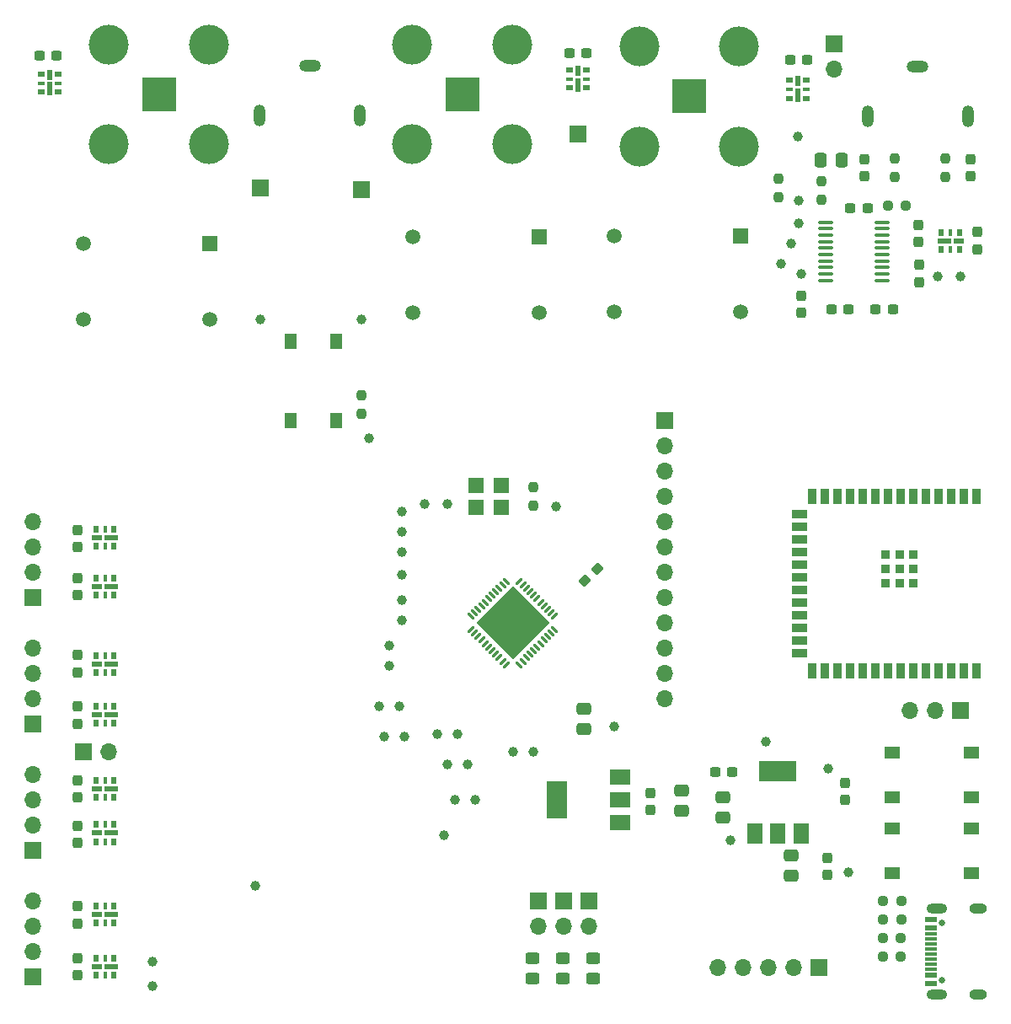
<source format=gbr>
%TF.GenerationSoftware,KiCad,Pcbnew,7.0.7*%
%TF.CreationDate,2023-10-22T01:08:48-07:00*%
%TF.ProjectId,fpaa_esp32_badge,66706161-5f65-4737-9033-325f62616467,rev?*%
%TF.SameCoordinates,Original*%
%TF.FileFunction,Soldermask,Top*%
%TF.FilePolarity,Negative*%
%FSLAX46Y46*%
G04 Gerber Fmt 4.6, Leading zero omitted, Abs format (unit mm)*
G04 Created by KiCad (PCBNEW 7.0.7) date 2023-10-22 01:08:48*
%MOMM*%
%LPD*%
G01*
G04 APERTURE LIST*
G04 Aperture macros list*
%AMRoundRect*
0 Rectangle with rounded corners*
0 $1 Rounding radius*
0 $2 $3 $4 $5 $6 $7 $8 $9 X,Y pos of 4 corners*
0 Add a 4 corners polygon primitive as box body*
4,1,4,$2,$3,$4,$5,$6,$7,$8,$9,$2,$3,0*
0 Add four circle primitives for the rounded corners*
1,1,$1+$1,$2,$3*
1,1,$1+$1,$4,$5*
1,1,$1+$1,$6,$7*
1,1,$1+$1,$8,$9*
0 Add four rect primitives between the rounded corners*
20,1,$1+$1,$2,$3,$4,$5,0*
20,1,$1+$1,$4,$5,$6,$7,0*
20,1,$1+$1,$6,$7,$8,$9,0*
20,1,$1+$1,$8,$9,$2,$3,0*%
%AMRotRect*
0 Rectangle, with rotation*
0 The origin of the aperture is its center*
0 $1 length*
0 $2 width*
0 $3 Rotation angle, in degrees counterclockwise*
0 Add horizontal line*
21,1,$1,$2,0,0,$3*%
G04 Aperture macros list end*
%ADD10R,3.500000X3.500000*%
%ADD11C,4.000000*%
%ADD12C,0.650000*%
%ADD13R,1.150000X0.600000*%
%ADD14R,1.150000X0.300000*%
%ADD15O,2.100000X1.000000*%
%ADD16O,1.800000X1.000000*%
%ADD17R,1.700000X1.700000*%
%ADD18O,1.700000X1.700000*%
%ADD19RoundRect,0.237500X0.237500X-0.250000X0.237500X0.250000X-0.237500X0.250000X-0.237500X-0.250000X0*%
%ADD20RoundRect,0.250000X0.450000X-0.325000X0.450000X0.325000X-0.450000X0.325000X-0.450000X-0.325000X0*%
%ADD21RoundRect,0.250000X-0.475000X0.337500X-0.475000X-0.337500X0.475000X-0.337500X0.475000X0.337500X0*%
%ADD22R,0.800000X0.500000*%
%ADD23R,0.500000X1.000000*%
%ADD24R,0.800000X0.300000*%
%ADD25R,0.500000X1.480000*%
%ADD26C,1.000000*%
%ADD27R,1.520000X1.520000*%
%ADD28C,1.520000*%
%ADD29R,0.500000X0.800000*%
%ADD30R,1.000000X0.500000*%
%ADD31R,0.300000X0.800000*%
%ADD32R,1.480000X0.500000*%
%ADD33RoundRect,0.237500X0.237500X-0.300000X0.237500X0.300000X-0.237500X0.300000X-0.237500X-0.300000X0*%
%ADD34RoundRect,0.237500X0.300000X0.237500X-0.300000X0.237500X-0.300000X-0.237500X0.300000X-0.237500X0*%
%ADD35RoundRect,0.237500X-0.250000X-0.237500X0.250000X-0.237500X0.250000X0.237500X-0.250000X0.237500X0*%
%ADD36O,1.200000X2.200000*%
%ADD37O,2.200000X1.200000*%
%ADD38RoundRect,0.250000X0.337500X0.475000X-0.337500X0.475000X-0.337500X-0.475000X0.337500X-0.475000X0*%
%ADD39R,1.550000X1.300000*%
%ADD40RoundRect,0.237500X-0.237500X0.300000X-0.237500X-0.300000X0.237500X-0.300000X0.237500X0.300000X0*%
%ADD41R,0.900000X1.500000*%
%ADD42R,1.500000X0.900000*%
%ADD43R,0.900000X0.900000*%
%ADD44RoundRect,0.237500X-0.300000X-0.237500X0.300000X-0.237500X0.300000X0.237500X-0.300000X0.237500X0*%
%ADD45R,2.000000X1.500000*%
%ADD46R,2.000000X3.800000*%
%ADD47R,1.600000X1.500000*%
%ADD48RoundRect,0.237500X-0.044194X-0.380070X0.380070X0.044194X0.044194X0.380070X-0.380070X-0.044194X0*%
%ADD49RoundRect,0.237500X-0.237500X0.250000X-0.237500X-0.250000X0.237500X-0.250000X0.237500X0.250000X0*%
%ADD50R,1.500000X2.000000*%
%ADD51R,3.800000X2.000000*%
%ADD52R,1.300000X1.550000*%
%ADD53RoundRect,0.100000X0.637500X0.100000X-0.637500X0.100000X-0.637500X-0.100000X0.637500X-0.100000X0*%
%ADD54RoundRect,0.062500X-0.309359X0.220971X0.220971X-0.309359X0.309359X-0.220971X-0.220971X0.309359X0*%
%ADD55RoundRect,0.062500X-0.309359X-0.220971X-0.220971X-0.309359X0.309359X0.220971X0.220971X0.309359X0*%
%ADD56RotRect,5.150000X5.150000X315.000000*%
G04 APERTURE END LIST*
D10*
%TO.C,J8*%
X119380000Y-43434000D03*
D11*
X114355000Y-38409000D03*
X114355000Y-48459000D03*
X124405000Y-38409000D03*
X124405000Y-48459000D03*
%TD*%
D12*
%TO.C,J5*%
X167575000Y-132430000D03*
X167575000Y-126650000D03*
D13*
X166500000Y-132740000D03*
X166500000Y-131940000D03*
D14*
X166500000Y-130790000D03*
X166500000Y-129790000D03*
X166500000Y-129290000D03*
X166500000Y-128290000D03*
D13*
X166500000Y-127140000D03*
X166500000Y-126340000D03*
X166500000Y-126340000D03*
X166500000Y-127140000D03*
D14*
X166500000Y-127790000D03*
X166500000Y-128790000D03*
X166500000Y-130290000D03*
X166500000Y-131290000D03*
D13*
X166500000Y-131940000D03*
X166500000Y-132740000D03*
D15*
X167075000Y-133860000D03*
D16*
X171255000Y-133860000D03*
D15*
X167075000Y-125220000D03*
D16*
X171255000Y-125220000D03*
%TD*%
D17*
%TO.C,J21*%
X81280000Y-109474000D03*
D18*
X83820000Y-109474000D03*
%TD*%
D19*
%TO.C,R25*%
X155448000Y-53998500D03*
X155448000Y-52173500D03*
%TD*%
D20*
%TO.C,D15*%
X132545054Y-132253078D03*
X132545054Y-130203078D03*
%TD*%
D21*
%TO.C,C30*%
X131572000Y-105134500D03*
X131572000Y-107209500D03*
%TD*%
D22*
%TO.C,D2*%
X152295065Y-42006142D03*
D23*
X153145065Y-42076142D03*
D24*
X152295065Y-42906142D03*
D22*
X152295065Y-43806142D03*
X153995065Y-43806142D03*
D24*
X153995065Y-42906142D03*
D25*
X153145065Y-43496142D03*
D22*
X153995065Y-42006142D03*
%TD*%
D26*
%TO.C,TP33*%
X167132000Y-61722000D03*
%TD*%
%TO.C,TP5*%
X117856000Y-110744000D03*
%TD*%
D27*
%TO.C,T10*%
X127135341Y-57694783D03*
D28*
X127135341Y-65314783D03*
X114435341Y-65314783D03*
X114435341Y-57694783D03*
%TD*%
D26*
%TO.C,TP39*%
X109982000Y-77978000D03*
%TD*%
%TO.C,TP19*%
X112014000Y-100838000D03*
%TD*%
D20*
%TO.C,D14*%
X129505054Y-132253078D03*
X129505054Y-130203078D03*
%TD*%
D26*
%TO.C,TP4*%
X118872000Y-107696000D03*
%TD*%
%TO.C,TP23*%
X115570000Y-84582000D03*
%TD*%
%TO.C,TP22*%
X117856000Y-84582000D03*
%TD*%
D29*
%TO.C,D6*%
X82586879Y-93696158D03*
D30*
X82656879Y-92846158D03*
D31*
X83486879Y-93696158D03*
D29*
X84386879Y-93696158D03*
X84386879Y-91996158D03*
D31*
X83486879Y-91996158D03*
D32*
X84076879Y-92846158D03*
D29*
X82586879Y-91996158D03*
%TD*%
D26*
%TO.C,TP47*%
X128778000Y-84836000D03*
%TD*%
D33*
%TO.C,C43*%
X165312072Y-62283655D03*
X165312072Y-60558655D03*
%TD*%
D26*
%TO.C,TP1*%
X111506000Y-107950000D03*
%TD*%
D33*
%TO.C,C20*%
X80698886Y-106649901D03*
X80698886Y-104924901D03*
%TD*%
D26*
%TO.C,TP16*%
X126492000Y-109474000D03*
%TD*%
D21*
%TO.C,C31*%
X141424357Y-113327971D03*
X141424357Y-115402971D03*
%TD*%
D29*
%TO.C,D8*%
X82586879Y-106620000D03*
D30*
X82656879Y-105770000D03*
D31*
X83486879Y-106620000D03*
D29*
X84386879Y-106620000D03*
X84386879Y-104920000D03*
D31*
X83486879Y-104920000D03*
D32*
X84076879Y-105770000D03*
D29*
X82586879Y-104920000D03*
%TD*%
D26*
%TO.C,TP36*%
X88212550Y-132980868D03*
%TD*%
D29*
%TO.C,D1*%
X169336387Y-57328786D03*
D30*
X169266387Y-58178786D03*
D31*
X168436387Y-57328786D03*
D29*
X167536387Y-57328786D03*
X167536387Y-59028786D03*
D31*
X168436387Y-59028786D03*
D32*
X167846387Y-58178786D03*
D29*
X169336387Y-59028786D03*
%TD*%
D27*
%TO.C,T9*%
X93980000Y-58420000D03*
D28*
X93980000Y-66040000D03*
X81280000Y-66040000D03*
X81280000Y-58420000D03*
%TD*%
D29*
%TO.C,D7*%
X82586879Y-101474878D03*
D30*
X82656879Y-100624878D03*
D31*
X83486879Y-101474878D03*
D29*
X84386879Y-101474878D03*
X84386879Y-99774878D03*
D31*
X83486879Y-99774878D03*
D32*
X84076879Y-100624878D03*
D29*
X82586879Y-99774878D03*
%TD*%
D26*
%TO.C,TP41*%
X152400000Y-58420000D03*
%TD*%
D17*
%TO.C,J11*%
X155242752Y-131157065D03*
D18*
X152702752Y-131157065D03*
X150162752Y-131157065D03*
X147622752Y-131157065D03*
X145082752Y-131157065D03*
%TD*%
D17*
%TO.C,J14*%
X132080000Y-124460000D03*
D18*
X132080000Y-127000000D03*
%TD*%
D26*
%TO.C,TP8*%
X109220000Y-66040000D03*
%TD*%
D19*
%TO.C,R24*%
X167894000Y-51712500D03*
X167894000Y-49887500D03*
%TD*%
D29*
%TO.C,D12*%
X82586879Y-131876018D03*
D30*
X82656879Y-131026018D03*
D31*
X83486879Y-131876018D03*
D29*
X84386879Y-131876018D03*
X84386879Y-130176018D03*
D31*
X83486879Y-130176018D03*
D32*
X84076879Y-131026018D03*
D29*
X82586879Y-130176018D03*
%TD*%
D34*
%TO.C,C45*%
X162660500Y-65024000D03*
X160935500Y-65024000D03*
%TD*%
D35*
%TO.C,R1*%
X161647500Y-130065586D03*
X163472500Y-130065586D03*
%TD*%
D36*
%TO.C,J10*%
X109046682Y-45518434D03*
D37*
X104046682Y-40518434D03*
D36*
X99046682Y-45518434D03*
%TD*%
D22*
%TO.C,D3*%
X130163994Y-40974400D03*
D23*
X131013994Y-41044400D03*
D24*
X130163994Y-41874400D03*
D22*
X130163994Y-42774400D03*
X131863994Y-42774400D03*
D24*
X131863994Y-41874400D03*
D25*
X131013994Y-42464400D03*
D22*
X131863994Y-40974400D03*
%TD*%
D17*
%TO.C,J4*%
X76200000Y-132080000D03*
D18*
X76200000Y-129540000D03*
X76200000Y-127000000D03*
X76200000Y-124460000D03*
%TD*%
D17*
%TO.C,J13*%
X129540000Y-124460000D03*
D18*
X129540000Y-127000000D03*
%TD*%
D26*
%TO.C,TP17*%
X124460000Y-109474000D03*
%TD*%
D17*
%TO.C,J16*%
X139700000Y-76200000D03*
D18*
X139700000Y-78740000D03*
X139700000Y-81280000D03*
X139700000Y-83820000D03*
X139700000Y-86360000D03*
X139700000Y-88900000D03*
X139700000Y-91440000D03*
X139700000Y-93980000D03*
X139700000Y-96520000D03*
X139700000Y-99060000D03*
X139700000Y-101600000D03*
X139700000Y-104140000D03*
%TD*%
D38*
%TO.C,C50*%
X157501500Y-50038000D03*
X155426500Y-50038000D03*
%TD*%
D26*
%TO.C,TP34*%
X169418000Y-61722000D03*
%TD*%
%TO.C,TP43*%
X153162000Y-54102000D03*
%TD*%
D22*
%TO.C,D4*%
X77040000Y-41380000D03*
D23*
X77890000Y-41450000D03*
D24*
X77040000Y-42280000D03*
D22*
X77040000Y-43180000D03*
X78740000Y-43180000D03*
D24*
X78740000Y-42280000D03*
D25*
X77890000Y-42870000D03*
D22*
X78740000Y-41380000D03*
%TD*%
D26*
%TO.C,TP29*%
X113284000Y-89408000D03*
%TD*%
D19*
%TO.C,R82*%
X109220000Y-75485000D03*
X109220000Y-73660000D03*
%TD*%
D39*
%TO.C,SW1*%
X170520000Y-121630000D03*
X162560000Y-121630000D03*
X170520000Y-117130000D03*
X162560000Y-117130000D03*
%TD*%
D10*
%TO.C,J9*%
X142185000Y-43633000D03*
D11*
X137160000Y-38608000D03*
X137160000Y-48658000D03*
X147210000Y-38608000D03*
X147210000Y-48658000D03*
%TD*%
D35*
%TO.C,R3*%
X161647500Y-128185604D03*
X163472500Y-128185604D03*
%TD*%
D20*
%TO.C,D13*%
X126465054Y-132253078D03*
X126465054Y-130203078D03*
%TD*%
D26*
%TO.C,TP31*%
X113284000Y-87376000D03*
%TD*%
D40*
%TO.C,C46*%
X153416000Y-63653500D03*
X153416000Y-65378500D03*
%TD*%
D26*
%TO.C,TP27*%
X113030000Y-104902000D03*
%TD*%
%TO.C,TP9*%
X153078727Y-47645893D03*
%TD*%
D33*
%TO.C,C24*%
X80698886Y-131926500D03*
X80698886Y-130201500D03*
%TD*%
%TO.C,C19*%
X80698886Y-88927773D03*
X80698886Y-87202773D03*
%TD*%
D26*
%TO.C,TP11*%
X149860000Y-108458000D03*
%TD*%
D41*
%TO.C,U2*%
X171047847Y-83839092D03*
X169777847Y-83839092D03*
X168507847Y-83839092D03*
X167237847Y-83839092D03*
X165967847Y-83839092D03*
X164697847Y-83839092D03*
X163427847Y-83839092D03*
X162157847Y-83839092D03*
X160887847Y-83839092D03*
X159617847Y-83839092D03*
X158347847Y-83839092D03*
X157077847Y-83839092D03*
X155807847Y-83839092D03*
X154537847Y-83839092D03*
D42*
X153287847Y-85604092D03*
X153287847Y-86874092D03*
X153287847Y-88144092D03*
X153287847Y-89414092D03*
X153287847Y-90684092D03*
X153287847Y-91954092D03*
X153287847Y-93224092D03*
X153287847Y-94494092D03*
X153287847Y-95764092D03*
X153287847Y-97034092D03*
X153287847Y-98304092D03*
X153287847Y-99574092D03*
D41*
X154537847Y-101339092D03*
X155807847Y-101339092D03*
X157077847Y-101339092D03*
X158347847Y-101339092D03*
X159617847Y-101339092D03*
X160887847Y-101339092D03*
X162157847Y-101339092D03*
X163427847Y-101339092D03*
X164697847Y-101339092D03*
X165967847Y-101339092D03*
X167237847Y-101339092D03*
X168507847Y-101339092D03*
X169777847Y-101339092D03*
X171047847Y-101339092D03*
D43*
X164727847Y-89689092D03*
X163327847Y-89689092D03*
X161927847Y-89689092D03*
X161927847Y-89689092D03*
X164727847Y-91089092D03*
X164727847Y-91089092D03*
X163327847Y-91089092D03*
X161927847Y-91089092D03*
X164727847Y-92489092D03*
X163327847Y-92489092D03*
X161927847Y-92489092D03*
%TD*%
D40*
%TO.C,C48*%
X170434000Y-49937500D03*
X170434000Y-51662500D03*
%TD*%
D33*
%TO.C,C22*%
X80698886Y-118633803D03*
X80698886Y-116908803D03*
%TD*%
D21*
%TO.C,C25*%
X152400000Y-119845000D03*
X152400000Y-121920000D03*
%TD*%
D26*
%TO.C,TP38*%
X156183020Y-111149089D03*
%TD*%
%TO.C,TP2*%
X113538000Y-107950000D03*
%TD*%
%TO.C,TP30*%
X113284000Y-91694000D03*
%TD*%
D27*
%TO.C,T11*%
X147320000Y-57628854D03*
D28*
X147320000Y-65248854D03*
X134620000Y-65248854D03*
X134620000Y-57628854D03*
%TD*%
D26*
%TO.C,TP44*%
X153416000Y-61468000D03*
%TD*%
%TO.C,TP21*%
X113284000Y-94234000D03*
%TD*%
%TO.C,TP28*%
X110998000Y-104902000D03*
%TD*%
D44*
%TO.C,C51*%
X156471266Y-65027332D03*
X158196266Y-65027332D03*
%TD*%
%TO.C,C14*%
X152334643Y-39927967D03*
X154059643Y-39927967D03*
%TD*%
D17*
%TO.C,J18*%
X109220000Y-52990335D03*
%TD*%
D40*
%TO.C,C15*%
X171134036Y-57255109D03*
X171134036Y-58980109D03*
%TD*%
D33*
%TO.C,C44*%
X165205421Y-58259837D03*
X165205421Y-56534837D03*
%TD*%
D26*
%TO.C,TP3*%
X116840000Y-107696000D03*
%TD*%
D45*
%TO.C,U4*%
X135230000Y-116600000D03*
X135230000Y-114300000D03*
D46*
X128930000Y-114300000D03*
D45*
X135230000Y-112000000D03*
%TD*%
D33*
%TO.C,C11*%
X157858841Y-114324236D03*
X157858841Y-112599236D03*
%TD*%
D17*
%TO.C,J12*%
X127000000Y-124460000D03*
D18*
X127000000Y-127000000D03*
%TD*%
D39*
%TO.C,SW3*%
X170520000Y-114010000D03*
X162560000Y-114010000D03*
X170520000Y-109510000D03*
X162560000Y-109510000D03*
%TD*%
D33*
%TO.C,C18*%
X80698886Y-101475218D03*
X80698886Y-99750218D03*
%TD*%
D29*
%TO.C,D5*%
X82586879Y-88840000D03*
D30*
X82656879Y-87990000D03*
D31*
X83486879Y-88840000D03*
D29*
X84386879Y-88840000D03*
X84386879Y-87140000D03*
D31*
X83486879Y-87140000D03*
D32*
X84076879Y-87990000D03*
D29*
X82586879Y-87140000D03*
%TD*%
D26*
%TO.C,TP10*%
X117585578Y-117819316D03*
%TD*%
D19*
%TO.C,R23*%
X162814000Y-51712500D03*
X162814000Y-49887500D03*
%TD*%
%TO.C,R27*%
X151130000Y-53744500D03*
X151130000Y-51919500D03*
%TD*%
D34*
%TO.C,C49*%
X160120500Y-54864000D03*
X158395500Y-54864000D03*
%TD*%
D47*
%TO.C,X1*%
X120737395Y-84920000D03*
X123277395Y-84920000D03*
X123277395Y-82720000D03*
X120737395Y-82720000D03*
%TD*%
D48*
%TO.C,C6*%
X131724120Y-92303880D03*
X132943880Y-91084120D03*
%TD*%
D29*
%TO.C,D9*%
X82586879Y-114016528D03*
D30*
X82656879Y-113166528D03*
D31*
X83486879Y-114016528D03*
D29*
X84386879Y-114016528D03*
X84386879Y-112316528D03*
D31*
X83486879Y-112316528D03*
D32*
X84076879Y-113166528D03*
D29*
X82586879Y-112316528D03*
%TD*%
D44*
%TO.C,C13*%
X130163994Y-39258020D03*
X131888994Y-39258020D03*
%TD*%
D17*
%TO.C,J22*%
X169440163Y-105307212D03*
D18*
X166900163Y-105307212D03*
X164360163Y-105307212D03*
%TD*%
D26*
%TO.C,TP32*%
X113284000Y-85344000D03*
%TD*%
%TO.C,TP6*%
X119888000Y-110744000D03*
%TD*%
%TO.C,TP24*%
X98552000Y-122936000D03*
%TD*%
%TO.C,TP25*%
X118618000Y-114300000D03*
%TD*%
D35*
%TO.C,R4*%
X161687929Y-126325837D03*
X163512929Y-126325837D03*
%TD*%
%TO.C,R26*%
X162155500Y-54610000D03*
X163980500Y-54610000D03*
%TD*%
D40*
%TO.C,C32*%
X138284323Y-113588406D03*
X138284323Y-115313406D03*
%TD*%
D17*
%TO.C,J23*%
X156718000Y-38354000D03*
D18*
X156718000Y-40894000D03*
%TD*%
D26*
%TO.C,TP37*%
X158216362Y-121567717D03*
%TD*%
%TO.C,TP18*%
X112014000Y-98806000D03*
%TD*%
D33*
%TO.C,C21*%
X80698886Y-114043979D03*
X80698886Y-112318979D03*
%TD*%
D49*
%TO.C,R85*%
X126492000Y-82907500D03*
X126492000Y-84732500D03*
%TD*%
D33*
%TO.C,C23*%
X80698886Y-126721256D03*
X80698886Y-124996256D03*
%TD*%
D17*
%TO.C,J19*%
X131013737Y-47386412D03*
%TD*%
D44*
%TO.C,C16*%
X76913669Y-39517551D03*
X78638669Y-39517551D03*
%TD*%
D21*
%TO.C,C27*%
X145539788Y-113991977D03*
X145539788Y-116066977D03*
%TD*%
D33*
%TO.C,C17*%
X80698886Y-93726530D03*
X80698886Y-92001530D03*
%TD*%
D17*
%TO.C,J3*%
X76200000Y-119380000D03*
D18*
X76200000Y-116840000D03*
X76200000Y-114300000D03*
X76200000Y-111760000D03*
%TD*%
D26*
%TO.C,TP20*%
X113284000Y-96266000D03*
%TD*%
%TO.C,TP15*%
X146353246Y-118311236D03*
%TD*%
%TO.C,TP40*%
X151384000Y-60452000D03*
%TD*%
D50*
%TO.C,U3*%
X148812202Y-117700988D03*
X151112202Y-117700988D03*
D51*
X151112202Y-111400988D03*
D50*
X153412202Y-117700988D03*
%TD*%
D10*
%TO.C,J7*%
X88900000Y-43434000D03*
D11*
X83875000Y-38409000D03*
X83875000Y-48459000D03*
X93925000Y-38409000D03*
X93925000Y-48459000D03*
%TD*%
D34*
%TO.C,C28*%
X146505000Y-111510849D03*
X144780000Y-111510849D03*
%TD*%
D52*
%TO.C,SW2*%
X106680000Y-68240000D03*
X106680000Y-76200000D03*
X102180000Y-68240000D03*
X102180000Y-76200000D03*
%TD*%
D29*
%TO.C,D10*%
X82586879Y-118480000D03*
D30*
X82656879Y-117630000D03*
D31*
X83486879Y-118480000D03*
D29*
X84386879Y-118480000D03*
X84386879Y-116780000D03*
D31*
X83486879Y-116780000D03*
D32*
X84076879Y-117630000D03*
D29*
X82586879Y-116780000D03*
%TD*%
D26*
%TO.C,TP26*%
X120650000Y-114300000D03*
%TD*%
%TO.C,TP7*%
X99060000Y-66040000D03*
%TD*%
D17*
%TO.C,J2*%
X76200000Y-106680000D03*
D18*
X76200000Y-104140000D03*
X76200000Y-101600000D03*
X76200000Y-99060000D03*
%TD*%
D53*
%TO.C,U11*%
X161612500Y-62107000D03*
X161612500Y-61457000D03*
X161612500Y-60807000D03*
X161612500Y-60157000D03*
X161612500Y-59507000D03*
X161612500Y-58857000D03*
X161612500Y-58207000D03*
X161612500Y-57557000D03*
X161612500Y-56907000D03*
X161612500Y-56257000D03*
X155887500Y-56257000D03*
X155887500Y-56907000D03*
X155887500Y-57557000D03*
X155887500Y-58207000D03*
X155887500Y-58857000D03*
X155887500Y-59507000D03*
X155887500Y-60157000D03*
X155887500Y-60807000D03*
X155887500Y-61457000D03*
X155887500Y-62107000D03*
%TD*%
D17*
%TO.C,J17*%
X99060000Y-52851112D03*
%TD*%
D29*
%TO.C,D11*%
X82586879Y-126650750D03*
D30*
X82656879Y-125800750D03*
D31*
X83486879Y-126650750D03*
D29*
X84386879Y-126650750D03*
X84386879Y-124950750D03*
D31*
X83486879Y-124950750D03*
D32*
X84076879Y-125800750D03*
D29*
X82586879Y-124950750D03*
%TD*%
D26*
%TO.C,TP35*%
X88234682Y-130502070D03*
%TD*%
D40*
%TO.C,C26*%
X156048022Y-120110657D03*
X156048022Y-121835657D03*
%TD*%
D54*
%TO.C,U1*%
X123797087Y-92321553D03*
X123443534Y-92675107D03*
X123089981Y-93028660D03*
X122736427Y-93382214D03*
X122382874Y-93735767D03*
X122029320Y-94089320D03*
X121675767Y-94442874D03*
X121322214Y-94796427D03*
X120968660Y-95149981D03*
X120615107Y-95503534D03*
X120261553Y-95857087D03*
D55*
X120261553Y-97182913D03*
X120615107Y-97536466D03*
X120968660Y-97890019D03*
X121322214Y-98243573D03*
X121675767Y-98597126D03*
X122029320Y-98950680D03*
X122382874Y-99304233D03*
X122736427Y-99657786D03*
X123089981Y-100011340D03*
X123443534Y-100364893D03*
X123797087Y-100718447D03*
D54*
X125122913Y-100718447D03*
X125476466Y-100364893D03*
X125830019Y-100011340D03*
X126183573Y-99657786D03*
X126537126Y-99304233D03*
X126890680Y-98950680D03*
X127244233Y-98597126D03*
X127597786Y-98243573D03*
X127951340Y-97890019D03*
X128304893Y-97536466D03*
X128658447Y-97182913D03*
D55*
X128658447Y-95857087D03*
X128304893Y-95503534D03*
X127951340Y-95149981D03*
X127597786Y-94796427D03*
X127244233Y-94442874D03*
X126890680Y-94089320D03*
X126537126Y-93735767D03*
X126183573Y-93382214D03*
X125830019Y-93028660D03*
X125476466Y-92675107D03*
X125122913Y-92321553D03*
D56*
X124460000Y-96520000D03*
%TD*%
D17*
%TO.C,J1*%
X76200000Y-93980000D03*
D18*
X76200000Y-91440000D03*
X76200000Y-88900000D03*
X76200000Y-86360000D03*
%TD*%
D40*
%TO.C,C47*%
X159766000Y-49937500D03*
X159766000Y-51662500D03*
%TD*%
D26*
%TO.C,TP42*%
X153162000Y-56388000D03*
%TD*%
%TO.C,TP12*%
X134620000Y-106934000D03*
%TD*%
D35*
%TO.C,R2*%
X161687929Y-124460000D03*
X163512929Y-124460000D03*
%TD*%
D36*
%TO.C,J20*%
X170172544Y-45600000D03*
D37*
X165172544Y-40600000D03*
D36*
X160172544Y-45600000D03*
%TD*%
M02*

</source>
